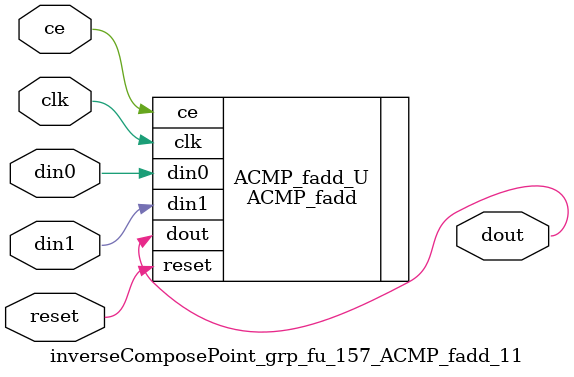
<source format=v>

`timescale 1 ns / 1 ps
module inverseComposePoint_grp_fu_157_ACMP_fadd_11(
    clk,
    reset,
    ce,
    din0,
    din1,
    dout);

parameter ID = 32'd1;
parameter NUM_STAGE = 32'd1;
parameter din0_WIDTH = 32'd1;
parameter din1_WIDTH = 32'd1;
parameter dout_WIDTH = 32'd1;
input clk;
input reset;
input ce;
input[din0_WIDTH - 1:0] din0;
input[din1_WIDTH - 1:0] din1;
output[dout_WIDTH - 1:0] dout;



ACMP_fadd #(
.ID( ID ),
.NUM_STAGE( 4 ),
.din0_WIDTH( din0_WIDTH ),
.din1_WIDTH( din1_WIDTH ),
.dout_WIDTH( dout_WIDTH ))
ACMP_fadd_U(
    .clk( clk ),
    .reset( reset ),
    .ce( ce ),
    .din0( din0 ),
    .din1( din1 ),
    .dout( dout ));

endmodule

</source>
